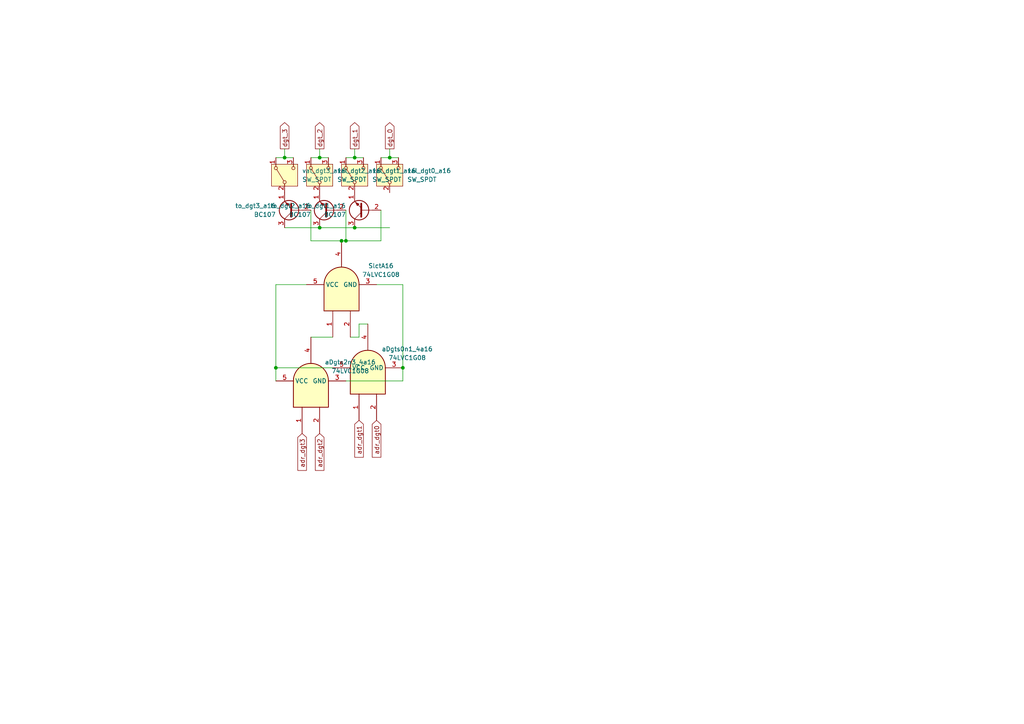
<source format=kicad_sch>
(kicad_sch (version 20250114) (generator "eeschema") (generator_version "9.0")
  (paper "A4")
  (lib_symbols
    (symbol "74xGxx:74LVC1G08"
      (property "Reference" "U" (at -5.08 7.62 0))
      (property "Value" "74LVC1G08" (at 7.62 -7.62 0))
      (symbol "74LVC1G08_0_1"
        (arc (start 0 5.08) (mid 5.0579 0) (end 0 -5.08) (stroke (width 0.254)) (fill (type background)))
        (polyline (pts (xy 0 -5.08) (xy -7.62 -5.08) (xy -7.62 5.08) (xy 0 5.08)) (stroke (width 0.254)) (fill (type background)))
      )
      (symbol "74LVC1G08_1_1"
        (pin input line (at -15.24 2.54 0) (length 7.62) (name "~") (number "1"))
        (pin input line (at -15.24 -2.54 0) (length 7.62) (name "~") (number "2"))
        (pin power_in line (at 0 10.16 270) (length 5.08) (name "VCC") (number "5"))
        (pin power_in line (at 0 -10.16 90) (length 5.08) (name "GND") (number "3"))
        (pin output line (at 12.7 0 180) (length 7.62) (name "~") (number "4"))
      )
    )
    (symbol "SW_SPDT_1" (pin_names (offset 0) (hide yes))
      (property "Reference" "SW" (at 0 5.08 0))
      (property "Value" "SW_SPDT" (at 0 -5.08 0))
      (symbol "SW_SPDT_1_0_1"
        (circle (center -2.032 0) (radius 0.4572))
        (polyline (pts (xy -1.651 0.254) (xy 1.651 2.286)))
        (circle (center 2.032 2.54) (radius 0.4572))
        (circle (center 2.032 -2.54) (radius 0.4572))
      )
      (symbol "SW_SPDT_1_1_1"
        (rectangle (start -3.175 3.81) (end 3.175 -3.81) (fill (type background)))
        (pin passive line (at -5.08 0 0) (length 2.54) (name "B") (number "2"))
        (pin passive line (at 5.08 2.54 180) (length 2.54) (name "A") (number "1"))
        (pin passive line (at 5.08 -2.54 180) (length 2.54) (name "C") (number "3"))
      )
    )
    (symbol "Transistor_BJT:BC107" (pin_names (offset 0) (hide yes))
      (property "Reference" "Q" (at 5.08 1.905 0))
      (property "Value" "BC107" (at 5.08 0 0))
      (symbol "BC107_0_1"
        (polyline (pts (xy -2.54 0) (xy 0.635 0)))
        (polyline (pts (xy 0.635 1.905) (xy 0.635 -1.905)) (stroke (width 0.508)))
        (circle (center 1.27 0) (radius 2.8194) (stroke (width 0.254)))
      )
      (symbol "BC107_1_1"
        (polyline (pts (xy 0.635 0.635) (xy 2.54 2.54)))
        (polyline (pts (xy 0.635 -0.635) (xy 2.54 -2.54)))
        (polyline (pts (xy 1.27 -1.778) (xy 1.778 -1.27) (xy 2.286 -2.286) (xy 1.27 -1.778)) (fill (type outline)))
        (pin input line (at -5.08 0 0) (length 2.54) (name "B") (number "2"))
        (pin passive line (at 2.54 5.08 270) (length 2.54) (name "C") (number "3"))
        (pin passive line (at 2.54 -5.08 90) (length 2.54) (name "E") (number "1"))
      )
    )
  )
  (junction (at 82.55 45.72))
  (junction (at 113.03 45.72))
  (junction (at 116.84 106.68))
  (junction (at 100.33 69.85))
  (junction (at 92.71 45.72))
  (junction (at 102.87 45.72))
  (junction (at 102.87 66.04))
  (junction (at 99.06 69.85))
  (junction (at 92.71 66.04))
  (junction (at 80.01 106.68))
  (wire (pts (xy 100.33 60.96) (xy 100.33 69.85)))
  (wire (pts (xy 90.17 69.85) (xy 99.06 69.85)))
  (wire (pts (xy 82.55 43.18) (xy 82.55 45.72)))
  (wire (pts (xy 101.6 97.79) (xy 104.14 97.79)))
  (wire (pts (xy 102.87 45.72) (xy 105.41 45.72)))
  (wire (pts (xy 90.17 45.72) (xy 92.71 45.72)))
  (wire (pts (xy 102.87 66.04) (xy 113.03 66.04)))
  (wire (pts (xy 82.55 66.04) (xy 92.71 66.04)))
  (wire (pts (xy 92.71 66.04) (xy 102.87 66.04)))
  (wire (pts (xy 110.49 60.96) (xy 110.49 69.85)))
  (wire (pts (xy 113.03 45.72) (xy 115.57 45.72)))
  (wire (pts (xy 80.01 82.55) (xy 80.01 106.68)))
  (wire (pts (xy 96.52 97.79) (xy 90.17 97.79)))
  (wire (pts (xy 90.17 60.96) (xy 90.17 69.85)))
  (wire (pts (xy 104.14 93.98) (xy 106.68 93.98)))
  (wire (pts (xy 109.22 82.55) (xy 116.84 82.55)))
  (wire (pts (xy 100.33 110.49) (xy 116.84 110.49)))
  (wire (pts (xy 82.55 45.72) (xy 85.09 45.72)))
  (wire (pts (xy 113.03 43.18) (xy 113.03 45.72)))
  (wire (pts (xy 92.71 43.18) (xy 92.71 45.72)))
  (wire (pts (xy 100.33 45.72) (xy 102.87 45.72)))
  (wire (pts (xy 88.9 82.55) (xy 80.01 82.55)))
  (wire (pts (xy 92.71 45.72) (xy 95.25 45.72)))
  (wire (pts (xy 116.84 82.55) (xy 116.84 106.68)))
  (wire (pts (xy 80.01 45.72) (xy 82.55 45.72)))
  (wire (pts (xy 100.33 69.85) (xy 110.49 69.85)))
  (wire (pts (xy 80.01 106.68) (xy 80.01 110.49)))
  (wire (pts (xy 110.49 45.72) (xy 113.03 45.72)))
  (wire (pts (xy 104.14 97.79) (xy 104.14 93.98)))
  (wire (pts (xy 102.87 43.18) (xy 102.87 45.72)))
  (wire (pts (xy 80.01 106.68) (xy 96.52 106.68)))
  (wire (pts (xy 100.33 69.85) (xy 99.06 69.85)))
  (wire (pts (xy 116.84 110.49) (xy 116.84 106.68)))
  (global_label "adr_dgt0" (shape input) (at 109.22 121.92 270) (property "Intersheetrefs" "${INTERSHEET_REFS}" (effects (hide yes))))
  (global_label "adr_dgt1" (shape input) (at 104.14 121.92 270) (property "Intersheetrefs" "${INTERSHEET_REFS}" (effects (hide yes))))
  (global_label "adr_dgt2" (shape input) (at 92.71 125.73 270) (property "Intersheetrefs" "${INTERSHEET_REFS}" (effects (hide yes))))
  (global_label "adr_dgt3" (shape input) (at 87.63 125.73 270) (property "Intersheetrefs" "${INTERSHEET_REFS}" (effects (hide yes))))
  (global_label "dgt_3" (shape output) (at 82.55 43.18 90) (property "Intersheetrefs" "${INTERSHEET_REFS}" (effects (hide yes))))
  (global_label "dgt_0" (shape output) (at 113.03 43.18 90) (property "Intersheetrefs" "${INTERSHEET_REFS}" (effects (hide yes))))
  (global_label "dgt_2" (shape output) (at 92.71 43.18 90) (property "Intersheetrefs" "${INTERSHEET_REFS}" (effects (hide yes))))
  (global_label "dgt_1" (shape output) (at 102.87 43.18 90) (property "Intersheetrefs" "${INTERSHEET_REFS}" (effects (hide yes))))
  (symbol (lib_name "SW_SPDT_1") (lib_id "Switch:SW_SPDT") (at 82.55 50.8 90) (unit 1)
    (property "Reference" "val_dgt3_a16" (at 87.63 49.5299 90) (effects (justify right)))
    (property "Value" "SW_SPDT" (at 87.63 52.0699 90) (effects (justify right)))
    (property "Footprint" "SPDT:SW-TH_100SP1T1B1M2QEH" (effects (hide yes)))
    (property "Description" "Switch, single pole double throw" (effects (hide yes)))
  )
  (symbol (lib_name "SW_SPDT_1") (lib_id "Switch:SW_SPDT") (at 92.71 50.8 90) (unit 1)
    (property "Reference" "val_dgt2_a16" (at 97.79 49.5299 90) (effects (justify right)))
    (property "Value" "SW_SPDT" (at 97.79 52.0699 90) (effects (justify right)))
    (property "Footprint" "SPDT:SW-TH_100SP1T1B1M2QEH" (effects (hide yes)))
    (property "Description" "Switch, single pole double throw" (effects (hide yes)))
  )
  (symbol (lib_id "74xGxx:74LVC1G08") (at 90.17 110.49 90) (unit 1)
    (property "Reference" "aDgts2n3_4a16" (at 101.6 105.0446 90))
    (property "Value" "74LVC1G08" (at 101.6 107.5846 90))
    (property "Footprint" "andGate:SOT-23-5_L3.0-W1.7-P0.95-LS2.8-BR" (effects (hide yes)))
    (property "Datasheet" "https://www.ti.com/lit/ds/symlink/sn74lvc1g08.pdf" (effects (hide yes)))
    (property "Description" "Single AND Gate, Low-Voltage CMOS" (effects (hide yes)))
  )
  (symbol (lib_id "Transistor_BJT:BC107") (at 85.09 60.96 180) (unit 1)
    (property "Reference" "to_dgt3_a16" (at 80.01 59.6899 0) (effects (justify left)))
    (property "Value" "BC107" (at 80.01 62.2299 0) (effects (justify left)))
    (property "Footprint" "Package_TO_SOT_THT:TO-18-3" (effects (hide yes)))
    (property "Datasheet" "http://www.b-kainka.de/Daten/Transistor/BC108.pdf" (effects (hide yes)))
    (property "Description" "0.1A Ic, 50V Vce, Low Noise General Purpose NPN Transistor, TO-18" (effects (hide yes)))
  )
  (symbol (lib_id "Transistor_BJT:BC107") (at 95.25 60.96 180) (unit 1)
    (property "Reference" "to_dgt2_a16" (at 90.17 59.6899 0) (effects (justify left)))
    (property "Value" "BC107" (at 90.17 62.2299 0) (effects (justify left)))
    (property "Footprint" "Package_TO_SOT_THT:TO-18-3" (effects (hide yes)))
    (property "Datasheet" "http://www.b-kainka.de/Daten/Transistor/BC108.pdf" (effects (hide yes)))
    (property "Description" "0.1A Ic, 50V Vce, Low Noise General Purpose NPN Transistor, TO-18" (effects (hide yes)))
  )
  (symbol (lib_name "SW_SPDT_1") (lib_id "Switch:SW_SPDT") (at 113.03 50.8 90) (unit 1)
    (property "Reference" "val_dgt0_a16" (at 118.11 49.5299 90) (effects (justify right)))
    (property "Value" "SW_SPDT" (at 118.11 52.0699 90) (effects (justify right)))
    (property "Footprint" "SPDT:SW-TH_100SP1T1B1M2QEH" (effects (hide yes)))
    (property "Description" "Switch, single pole double throw" (effects (hide yes)))
  )
  (symbol (lib_id "74xGxx:74LVC1G08") (at 99.06 82.55 90) (unit 1)
    (property "Reference" "SlctA16" (at 110.49 77.1046 90))
    (property "Value" "74LVC1G08" (at 110.49 79.6446 90))
    (property "Footprint" "andGate:SOT-23-5_L3.0-W1.7-P0.95-LS2.8-BR" (effects (hide yes)))
    (property "Datasheet" "https://www.ti.com/lit/ds/symlink/sn74lvc1g08.pdf" (effects (hide yes)))
    (property "Description" "Single AND Gate, Low-Voltage CMOS" (effects (hide yes)))
  )
  (symbol (lib_id "74xGxx:74LVC1G08") (at 106.68 106.68 90) (unit 1)
    (property "Reference" "aDgts0n1_4a16" (at 118.11 101.2346 90))
    (property "Value" "74LVC1G08" (at 118.11 103.7746 90))
    (property "Footprint" "andGate:SOT-23-5_L3.0-W1.7-P0.95-LS2.8-BR" (effects (hide yes)))
    (property "Datasheet" "https://www.ti.com/lit/ds/symlink/sn74lvc1g08.pdf" (effects (hide yes)))
    (property "Description" "Single AND Gate, Low-Voltage CMOS" (effects (hide yes)))
  )
  (symbol (lib_id "Transistor_BJT:BC107") (at 105.41 60.96 180) (unit 1)
    (property "Reference" "to_dgt1_a16" (at 100.33 59.6899 0) (effects (justify left)))
    (property "Value" "BC107" (at 100.33 62.2299 0) (effects (justify left)))
    (property "Footprint" "Package_TO_SOT_THT:TO-18-3" (effects (hide yes)))
    (property "Datasheet" "http://www.b-kainka.de/Daten/Transistor/BC108.pdf" (effects (hide yes)))
    (property "Description" "0.1A Ic, 50V Vce, Low Noise General Purpose NPN Transistor, TO-18" (effects (hide yes)))
  )
  (symbol (lib_name "SW_SPDT_1") (lib_id "Switch:SW_SPDT") (at 102.87 50.8 90) (unit 1)
    (property "Reference" "val_dgt1_a16" (at 107.95 49.5299 90) (effects (justify right)))
    (property "Value" "SW_SPDT" (at 107.95 52.0699 90) (effects (justify right)))
    (property "Footprint" "SPDT:SW-TH_100SP1T1B1M2QEH" (effects (hide yes)))
    (property "Description" "Switch, single pole double throw" (effects (hide yes)))
  )
)
</source>
